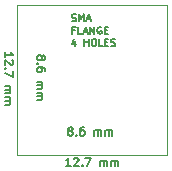
<source format=gbr>
G04 #@! TF.GenerationSoftware,KiCad,Pcbnew,5.1.5+dfsg1-2build2*
G04 #@! TF.CreationDate,2022-03-04T22:05:38-05:00*
G04 #@! TF.ProjectId,SMA_FLANGE_4_HOLES,534d415f-464c-4414-9e47-455f345f484f,rev?*
G04 #@! TF.SameCoordinates,Original*
G04 #@! TF.FileFunction,Legend,Top*
G04 #@! TF.FilePolarity,Positive*
%FSLAX46Y46*%
G04 Gerber Fmt 4.6, Leading zero omitted, Abs format (unit mm)*
G04 Created by KiCad (PCBNEW 5.1.5+dfsg1-2build2) date 2022-03-04 22:05:38*
%MOMM*%
%LPD*%
G04 APERTURE LIST*
%ADD10C,0.150000*%
%ADD11C,0.120000*%
G04 APERTURE END LIST*
D10*
X55903825Y-52629377D02*
X55989540Y-52657948D01*
X56132397Y-52657948D01*
X56189540Y-52629377D01*
X56218111Y-52600805D01*
X56246682Y-52543662D01*
X56246682Y-52486520D01*
X56218111Y-52429377D01*
X56189540Y-52400805D01*
X56132397Y-52372234D01*
X56018111Y-52343662D01*
X55960968Y-52315091D01*
X55932397Y-52286520D01*
X55903825Y-52229377D01*
X55903825Y-52172234D01*
X55932397Y-52115091D01*
X55960968Y-52086520D01*
X56018111Y-52057948D01*
X56160968Y-52057948D01*
X56246682Y-52086520D01*
X56503825Y-52657948D02*
X56503825Y-52057948D01*
X56703825Y-52486520D01*
X56903825Y-52057948D01*
X56903825Y-52657948D01*
X57160968Y-52486520D02*
X57446682Y-52486520D01*
X57103825Y-52657948D02*
X57303825Y-52057948D01*
X57503825Y-52657948D01*
X56132397Y-53393662D02*
X55932397Y-53393662D01*
X55932397Y-53707948D02*
X55932397Y-53107948D01*
X56218111Y-53107948D01*
X56732397Y-53707948D02*
X56446682Y-53707948D01*
X56446682Y-53107948D01*
X56903825Y-53536520D02*
X57189540Y-53536520D01*
X56846682Y-53707948D02*
X57046682Y-53107948D01*
X57246682Y-53707948D01*
X57446682Y-53707948D02*
X57446682Y-53107948D01*
X57789540Y-53707948D01*
X57789540Y-53107948D01*
X58389540Y-53136520D02*
X58332397Y-53107948D01*
X58246682Y-53107948D01*
X58160968Y-53136520D01*
X58103825Y-53193662D01*
X58075254Y-53250805D01*
X58046682Y-53365091D01*
X58046682Y-53450805D01*
X58075254Y-53565091D01*
X58103825Y-53622234D01*
X58160968Y-53679377D01*
X58246682Y-53707948D01*
X58303825Y-53707948D01*
X58389540Y-53679377D01*
X58418111Y-53650805D01*
X58418111Y-53450805D01*
X58303825Y-53450805D01*
X58675254Y-53393662D02*
X58875254Y-53393662D01*
X58960968Y-53707948D02*
X58675254Y-53707948D01*
X58675254Y-53107948D01*
X58960968Y-53107948D01*
X56189540Y-54357948D02*
X56189540Y-54757948D01*
X56046682Y-54129377D02*
X55903825Y-54557948D01*
X56275254Y-54557948D01*
X56960968Y-54757948D02*
X56960968Y-54157948D01*
X56960968Y-54443662D02*
X57303825Y-54443662D01*
X57303825Y-54757948D02*
X57303825Y-54157948D01*
X57703825Y-54157948D02*
X57818111Y-54157948D01*
X57875254Y-54186520D01*
X57932397Y-54243662D01*
X57960968Y-54357948D01*
X57960968Y-54557948D01*
X57932397Y-54672234D01*
X57875254Y-54729377D01*
X57818111Y-54757948D01*
X57703825Y-54757948D01*
X57646682Y-54729377D01*
X57589540Y-54672234D01*
X57560968Y-54557948D01*
X57560968Y-54357948D01*
X57589540Y-54243662D01*
X57646682Y-54186520D01*
X57703825Y-54157948D01*
X58503825Y-54757948D02*
X58218111Y-54757948D01*
X58218111Y-54157948D01*
X58703825Y-54443662D02*
X58903825Y-54443662D01*
X58989540Y-54757948D02*
X58703825Y-54757948D01*
X58703825Y-54157948D01*
X58989540Y-54157948D01*
X59218111Y-54729377D02*
X59303825Y-54757948D01*
X59446682Y-54757948D01*
X59503825Y-54729377D01*
X59532397Y-54700805D01*
X59560968Y-54643662D01*
X59560968Y-54586520D01*
X59532397Y-54529377D01*
X59503825Y-54500805D01*
X59446682Y-54472234D01*
X59332397Y-54443662D01*
X59275254Y-54415091D01*
X59246682Y-54386520D01*
X59218111Y-54329377D01*
X59218111Y-54272234D01*
X59246682Y-54215091D01*
X59275254Y-54186520D01*
X59332397Y-54157948D01*
X59475254Y-54157948D01*
X59560968Y-54186520D01*
X53326813Y-55683053D02*
X53360146Y-55616386D01*
X53393480Y-55583053D01*
X53460146Y-55549720D01*
X53493480Y-55549720D01*
X53560146Y-55583053D01*
X53593480Y-55616386D01*
X53626813Y-55683053D01*
X53626813Y-55816386D01*
X53593480Y-55883053D01*
X53560146Y-55916386D01*
X53493480Y-55949720D01*
X53460146Y-55949720D01*
X53393480Y-55916386D01*
X53360146Y-55883053D01*
X53326813Y-55816386D01*
X53326813Y-55683053D01*
X53293480Y-55616386D01*
X53260146Y-55583053D01*
X53193480Y-55549720D01*
X53060146Y-55549720D01*
X52993480Y-55583053D01*
X52960146Y-55616386D01*
X52926813Y-55683053D01*
X52926813Y-55816386D01*
X52960146Y-55883053D01*
X52993480Y-55916386D01*
X53060146Y-55949720D01*
X53193480Y-55949720D01*
X53260146Y-55916386D01*
X53293480Y-55883053D01*
X53326813Y-55816386D01*
X52993480Y-56249720D02*
X52960146Y-56283053D01*
X52926813Y-56249720D01*
X52960146Y-56216386D01*
X52993480Y-56249720D01*
X52926813Y-56249720D01*
X53626813Y-56883053D02*
X53626813Y-56749720D01*
X53593480Y-56683053D01*
X53560146Y-56649720D01*
X53460146Y-56583053D01*
X53326813Y-56549720D01*
X53060146Y-56549720D01*
X52993480Y-56583053D01*
X52960146Y-56616386D01*
X52926813Y-56683053D01*
X52926813Y-56816386D01*
X52960146Y-56883053D01*
X52993480Y-56916386D01*
X53060146Y-56949720D01*
X53226813Y-56949720D01*
X53293480Y-56916386D01*
X53326813Y-56883053D01*
X53360146Y-56816386D01*
X53360146Y-56683053D01*
X53326813Y-56616386D01*
X53293480Y-56583053D01*
X53226813Y-56549720D01*
X52926813Y-57783053D02*
X53393480Y-57783053D01*
X53326813Y-57783053D02*
X53360146Y-57816386D01*
X53393480Y-57883053D01*
X53393480Y-57983053D01*
X53360146Y-58049720D01*
X53293480Y-58083053D01*
X52926813Y-58083053D01*
X53293480Y-58083053D02*
X53360146Y-58116386D01*
X53393480Y-58183053D01*
X53393480Y-58283053D01*
X53360146Y-58349720D01*
X53293480Y-58383053D01*
X52926813Y-58383053D01*
X52926813Y-58716386D02*
X53393480Y-58716386D01*
X53326813Y-58716386D02*
X53360146Y-58749720D01*
X53393480Y-58816386D01*
X53393480Y-58916386D01*
X53360146Y-58983053D01*
X53293480Y-59016386D01*
X52926813Y-59016386D01*
X53293480Y-59016386D02*
X53360146Y-59049720D01*
X53393480Y-59116386D01*
X53393480Y-59216386D01*
X53360146Y-59283053D01*
X53293480Y-59316386D01*
X52926813Y-59316386D01*
X55698293Y-61938386D02*
X55631626Y-61905053D01*
X55598293Y-61871720D01*
X55564960Y-61805053D01*
X55564960Y-61771720D01*
X55598293Y-61705053D01*
X55631626Y-61671720D01*
X55698293Y-61638386D01*
X55831626Y-61638386D01*
X55898293Y-61671720D01*
X55931626Y-61705053D01*
X55964960Y-61771720D01*
X55964960Y-61805053D01*
X55931626Y-61871720D01*
X55898293Y-61905053D01*
X55831626Y-61938386D01*
X55698293Y-61938386D01*
X55631626Y-61971720D01*
X55598293Y-62005053D01*
X55564960Y-62071720D01*
X55564960Y-62205053D01*
X55598293Y-62271720D01*
X55631626Y-62305053D01*
X55698293Y-62338386D01*
X55831626Y-62338386D01*
X55898293Y-62305053D01*
X55931626Y-62271720D01*
X55964960Y-62205053D01*
X55964960Y-62071720D01*
X55931626Y-62005053D01*
X55898293Y-61971720D01*
X55831626Y-61938386D01*
X56264960Y-62271720D02*
X56298293Y-62305053D01*
X56264960Y-62338386D01*
X56231626Y-62305053D01*
X56264960Y-62271720D01*
X56264960Y-62338386D01*
X56898293Y-61638386D02*
X56764960Y-61638386D01*
X56698293Y-61671720D01*
X56664960Y-61705053D01*
X56598293Y-61805053D01*
X56564960Y-61938386D01*
X56564960Y-62205053D01*
X56598293Y-62271720D01*
X56631626Y-62305053D01*
X56698293Y-62338386D01*
X56831626Y-62338386D01*
X56898293Y-62305053D01*
X56931626Y-62271720D01*
X56964960Y-62205053D01*
X56964960Y-62038386D01*
X56931626Y-61971720D01*
X56898293Y-61938386D01*
X56831626Y-61905053D01*
X56698293Y-61905053D01*
X56631626Y-61938386D01*
X56598293Y-61971720D01*
X56564960Y-62038386D01*
X57798293Y-62338386D02*
X57798293Y-61871720D01*
X57798293Y-61938386D02*
X57831626Y-61905053D01*
X57898293Y-61871720D01*
X57998293Y-61871720D01*
X58064960Y-61905053D01*
X58098293Y-61971720D01*
X58098293Y-62338386D01*
X58098293Y-61971720D02*
X58131626Y-61905053D01*
X58198293Y-61871720D01*
X58298293Y-61871720D01*
X58364960Y-61905053D01*
X58398293Y-61971720D01*
X58398293Y-62338386D01*
X58731626Y-62338386D02*
X58731626Y-61871720D01*
X58731626Y-61938386D02*
X58764960Y-61905053D01*
X58831626Y-61871720D01*
X58931626Y-61871720D01*
X58998293Y-61905053D01*
X59031626Y-61971720D01*
X59031626Y-62338386D01*
X59031626Y-61971720D02*
X59064960Y-61905053D01*
X59131626Y-61871720D01*
X59231626Y-61871720D01*
X59298293Y-61905053D01*
X59331626Y-61971720D01*
X59331626Y-62338386D01*
X50229333Y-55677346D02*
X50229333Y-55277346D01*
X50229333Y-55477346D02*
X50929333Y-55477346D01*
X50829333Y-55410680D01*
X50762666Y-55344013D01*
X50729333Y-55277346D01*
X50862666Y-55944013D02*
X50896000Y-55977346D01*
X50929333Y-56044013D01*
X50929333Y-56210680D01*
X50896000Y-56277346D01*
X50862666Y-56310680D01*
X50796000Y-56344013D01*
X50729333Y-56344013D01*
X50629333Y-56310680D01*
X50229333Y-55910680D01*
X50229333Y-56344013D01*
X50296000Y-56644013D02*
X50262666Y-56677346D01*
X50229333Y-56644013D01*
X50262666Y-56610680D01*
X50296000Y-56644013D01*
X50229333Y-56644013D01*
X50929333Y-56910680D02*
X50929333Y-57377346D01*
X50229333Y-57077346D01*
X50229333Y-58177346D02*
X50696000Y-58177346D01*
X50629333Y-58177346D02*
X50662666Y-58210680D01*
X50696000Y-58277346D01*
X50696000Y-58377346D01*
X50662666Y-58444013D01*
X50596000Y-58477346D01*
X50229333Y-58477346D01*
X50596000Y-58477346D02*
X50662666Y-58510680D01*
X50696000Y-58577346D01*
X50696000Y-58677346D01*
X50662666Y-58744013D01*
X50596000Y-58777346D01*
X50229333Y-58777346D01*
X50229333Y-59110680D02*
X50696000Y-59110680D01*
X50629333Y-59110680D02*
X50662666Y-59144013D01*
X50696000Y-59210680D01*
X50696000Y-59310680D01*
X50662666Y-59377346D01*
X50596000Y-59410680D01*
X50229333Y-59410680D01*
X50596000Y-59410680D02*
X50662666Y-59444013D01*
X50696000Y-59510680D01*
X50696000Y-59610680D01*
X50662666Y-59677346D01*
X50596000Y-59710680D01*
X50229333Y-59710680D01*
X55804346Y-64919026D02*
X55404346Y-64919026D01*
X55604346Y-64919026D02*
X55604346Y-64219026D01*
X55537680Y-64319026D01*
X55471013Y-64385693D01*
X55404346Y-64419026D01*
X56071013Y-64285693D02*
X56104346Y-64252360D01*
X56171013Y-64219026D01*
X56337680Y-64219026D01*
X56404346Y-64252360D01*
X56437680Y-64285693D01*
X56471013Y-64352360D01*
X56471013Y-64419026D01*
X56437680Y-64519026D01*
X56037680Y-64919026D01*
X56471013Y-64919026D01*
X56771013Y-64852360D02*
X56804346Y-64885693D01*
X56771013Y-64919026D01*
X56737680Y-64885693D01*
X56771013Y-64852360D01*
X56771013Y-64919026D01*
X57037680Y-64219026D02*
X57504346Y-64219026D01*
X57204346Y-64919026D01*
X58304346Y-64919026D02*
X58304346Y-64452360D01*
X58304346Y-64519026D02*
X58337680Y-64485693D01*
X58404346Y-64452360D01*
X58504346Y-64452360D01*
X58571013Y-64485693D01*
X58604346Y-64552360D01*
X58604346Y-64919026D01*
X58604346Y-64552360D02*
X58637680Y-64485693D01*
X58704346Y-64452360D01*
X58804346Y-64452360D01*
X58871013Y-64485693D01*
X58904346Y-64552360D01*
X58904346Y-64919026D01*
X59237680Y-64919026D02*
X59237680Y-64452360D01*
X59237680Y-64519026D02*
X59271013Y-64485693D01*
X59337680Y-64452360D01*
X59437680Y-64452360D01*
X59504346Y-64485693D01*
X59537680Y-64552360D01*
X59537680Y-64919026D01*
X59537680Y-64552360D02*
X59571013Y-64485693D01*
X59637680Y-64452360D01*
X59737680Y-64452360D01*
X59804346Y-64485693D01*
X59837680Y-64552360D01*
X59837680Y-64919026D01*
D11*
X51250000Y-63950000D02*
X63950000Y-63950000D01*
X63950000Y-51250000D02*
X63950000Y-63950000D01*
X51250000Y-51250000D02*
X63950000Y-51250000D01*
X51250000Y-51250000D02*
X51250000Y-63950000D01*
M02*

</source>
